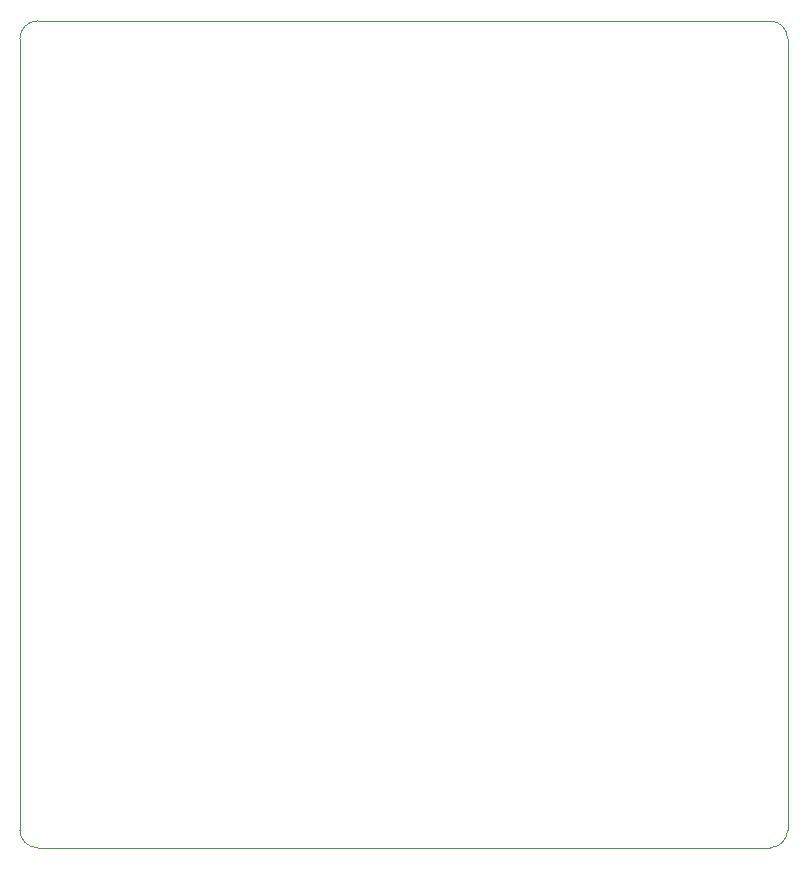
<source format=gm1>
%TF.GenerationSoftware,KiCad,Pcbnew,(6.0.4)*%
%TF.CreationDate,2022-04-15T10:09:54+02:00*%
%TF.ProjectId,coaster,636f6173-7465-4722-9e6b-696361645f70,rev?*%
%TF.SameCoordinates,Original*%
%TF.FileFunction,Profile,NP*%
%FSLAX46Y46*%
G04 Gerber Fmt 4.6, Leading zero omitted, Abs format (unit mm)*
G04 Created by KiCad (PCBNEW (6.0.4)) date 2022-04-15 10:09:54*
%MOMM*%
%LPD*%
G01*
G04 APERTURE LIST*
%TA.AperFunction,Profile*%
%ADD10C,0.100000*%
%TD*%
G04 APERTURE END LIST*
D10*
X170500000Y-38000000D02*
X108500000Y-38000000D01*
X172000000Y-106500000D02*
X172000000Y-39500000D01*
X108500000Y-108000000D02*
X170500000Y-108000000D01*
X107000000Y-39500000D02*
X107000000Y-106500000D01*
X108500000Y-38000000D02*
G75*
G03*
X107000000Y-39500000I0J-1500000D01*
G01*
X172000000Y-39500000D02*
G75*
G03*
X170500000Y-38000000I-1500000J0D01*
G01*
X170500000Y-108000000D02*
G75*
G03*
X172000000Y-106500000I0J1500000D01*
G01*
X107000000Y-106500000D02*
G75*
G03*
X108500000Y-108000000I1500000J0D01*
G01*
M02*

</source>
